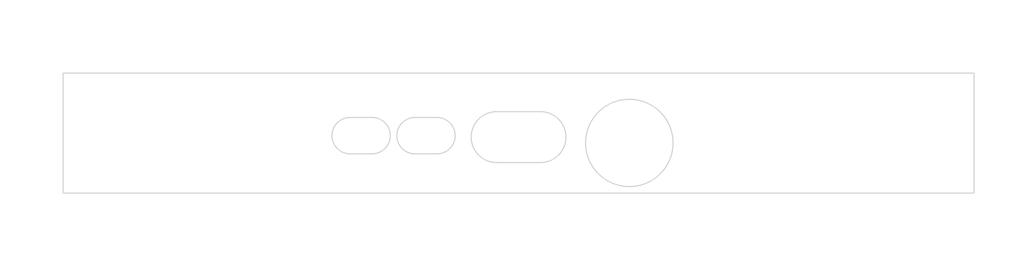
<source format=kicad_pcb>
(kicad_pcb
	(version 20240108)
	(generator "pcbnew")
	(generator_version "8.0")
	(general
		(thickness 1.6)
		(legacy_teardrops no)
	)
	(paper "A4")
	(layers
		(0 "F.Cu" signal)
		(31 "B.Cu" signal)
		(32 "B.Adhes" user "B.Adhesive")
		(33 "F.Adhes" user "F.Adhesive")
		(34 "B.Paste" user)
		(35 "F.Paste" user)
		(36 "B.SilkS" user "B.Silkscreen")
		(37 "F.SilkS" user "F.Silkscreen")
		(38 "B.Mask" user)
		(39 "F.Mask" user)
		(40 "Dwgs.User" user "User.Drawings")
		(41 "Cmts.User" user "User.Comments")
		(42 "Eco1.User" user "User.Eco1")
		(43 "Eco2.User" user "User.Eco2")
		(44 "Edge.Cuts" user)
		(45 "Margin" user)
		(46 "B.CrtYd" user "B.Courtyard")
		(47 "F.CrtYd" user "F.Courtyard")
		(48 "B.Fab" user)
		(49 "F.Fab" user)
		(50 "User.1" user)
		(51 "User.2" user)
		(52 "User.3" user)
		(53 "User.4" user)
		(54 "User.5" user)
		(55 "User.6" user)
		(56 "User.7" user)
		(57 "User.8" user)
		(58 "User.9" user)
	)
	(setup
		(pad_to_mask_clearance 0)
		(allow_soldermask_bridges_in_footprints no)
		(pcbplotparams
			(layerselection 0x00010fc_ffffffff)
			(plot_on_all_layers_selection 0x0000000_00000000)
			(disableapertmacros no)
			(usegerberextensions no)
			(usegerberattributes yes)
			(usegerberadvancedattributes yes)
			(creategerberjobfile yes)
			(dashed_line_dash_ratio 12.000000)
			(dashed_line_gap_ratio 3.000000)
			(svgprecision 4)
			(plotframeref no)
			(viasonmask no)
			(mode 1)
			(useauxorigin no)
			(hpglpennumber 1)
			(hpglpenspeed 20)
			(hpglpendiameter 15.000000)
			(pdf_front_fp_property_popups yes)
			(pdf_back_fp_property_popups yes)
			(dxfpolygonmode yes)
			(dxfimperialunits yes)
			(dxfusepcbnewfont yes)
			(psnegative no)
			(psa4output no)
			(plotreference yes)
			(plotvalue yes)
			(plotfptext yes)
			(plotinvisibletext no)
			(sketchpadsonfab no)
			(subtractmaskfromsilk no)
			(outputformat 1)
			(mirror no)
			(drillshape 1)
			(scaleselection 1)
			(outputdirectory "")
		)
	)
	(net 0 "")
	(gr_line
		(start 225 113.5)
		(end 100 113.5)
		(stroke
			(width 0.1)
			(type default)
		)
		(layer "Cmts.User")
		(uuid "01b57f86-19f1-4cdb-adb7-d363225cd681")
	)
	(gr_line
		(start 177.74 116.5)
		(end 177.74 100)
		(stroke
			(width 0.1)
			(type default)
		)
		(layer "Cmts.User")
		(uuid "3f8e4231-38e2-4e18-b6b8-7637d06c8581")
	)
	(gr_line
		(start 140.91 116.5)
		(end 140.91 100)
		(stroke
			(width 0.1)
			(type default)
		)
		(layer "Cmts.User")
		(uuid "48f90d26-feca-4f97-bdec-8943f05d9634")
	)
	(gr_line
		(start 162.5 126.5)
		(end 162.5 90)
		(stroke
			(width 0.1)
			(type default)
		)
		(layer "Cmts.User")
		(uuid "57a3dd98-7af9-4c5d-a319-6967c162f327")
	)
	(gr_line
		(start 225 100.4)
		(end 100 100.4)
		(stroke
			(width 0.1)
			(type default)
		)
		(layer "Cmts.User")
		(uuid "eeb273e7-ebbc-4b78-a33c-3b7808627cdc")
	)
	(gr_line
		(start 225 107.1)
		(end 100 107.1)
		(stroke
			(width 0.1)
			(type default)
		)
		(layer "Cmts.User")
		(uuid "f9a27b8d-720b-40f1-a07c-870182d89c4c")
	)
	(gr_line
		(start 149.8 116.5)
		(end 149.8 100)
		(stroke
			(width 0.1)
			(type default)
		)
		(layer "Cmts.User")
		(uuid "fecc83e6-271d-486f-9847-31768485b6d5")
	)
	(gr_rect
		(start 174.7 107.1)
		(end 180.7 112.1)
		(stroke
			(width 0.1)
			(type default)
		)
		(fill none)
		(layer "Eco2.User")
		(uuid "17ddcd0a-3548-4e41-b966-cbc4e047532e")
	)
	(gr_rect
		(start 146.8 107.1)
		(end 152.8 110.1)
		(stroke
			(width 0.1)
			(type default)
		)
		(fill none)
		(layer "Eco2.User")
		(uuid "49fd02ff-9ce8-41d0-b3d1-2387e0f912f5")
	)
	(gr_rect
		(start 158 107.1)
		(end 167 110.6)
		(stroke
			(width 0.1)
			(type default)
		)
		(fill none)
		(layer "Eco2.User")
		(uuid "62ceecfa-8263-4506-ae05-47877fb3f57e")
	)
	(gr_rect
		(start 137.9 107.1)
		(end 143.9 110.1)
		(stroke
			(width 0.1)
			(type default)
		)
		(fill none)
		(layer "Eco2.User")
		(uuid "8d438367-337e-4905-80f0-b4f40b11ae04")
	)
	(gr_circle
		(center 177.7 109.6)
		(end 175.2 109.6)
		(stroke
			(width 0.1)
			(type default)
		)
		(fill none)
		(layer "Eco2.User")
		(uuid "9c5c3c9c-8420-4d67-b93e-ec175dcacd45")
	)
	(gr_line
		(start 139.4 111.1)
		(end 142.4 111.1)
		(stroke
			(width 0.15)
			(type default)
		)
		(layer "Edge.Cuts")
		(uuid "29bacd16-b435-42bf-a294-1dbab520b7b4")
	)
	(gr_line
		(start 159.5 105.3)
		(end 165.5 105.3)
		(stroke
			(width 0.15)
			(type default)
		)
		(layer "Edge.Cuts")
		(uuid "3c4970ed-7923-436c-bb58-7b9f65f42d8e")
	)
	(gr_arc
		(start 151.3 106.1)
		(mid 153.8 108.6)
		(end 151.3 111.1)
		(stroke
			(width 0.15)
			(type default)
		)
		(layer "Edge.Cuts")
		(uuid "53287d84-dc34-4eb9-94e4-1a7f85f4d3b9")
	)
	(gr_arc
		(start 165.5 105.3)
		(mid 169 108.8)
		(end 165.5 112.3)
		(stroke
			(width 0.15)
			(type default)
		)
		(layer "Edge.Cuts")
		(uuid "8407121c-ce1b-4956-a469-fd81bec86cf1")
	)
	(gr_arc
		(start 148.3 111.1)
		(mid 145.8 108.6)
		(end 148.3 106.1)
		(stroke
			(width 0.15)
			(type default)
		)
		(layer "Edge.Cuts")
		(uuid "858dfdc9-8a8f-4dad-900a-0b4dd09bec03")
	)
	(gr_arc
		(start 159.5 112.3)
		(mid 156 108.8)
		(end 159.5 105.3)
		(stroke
			(width 0.15)
			(type default)
		)
		(layer "Edge.Cuts")
		(uuid "966ee6f5-14d5-4034-98f2-8af51e827464")
	)
	(gr_line
		(start 148.3 111.1)
		(end 151.3 111.1)
		(stroke
			(width 0.15)
			(type default)
		)
		(layer "Edge.Cuts")
		(uuid "9ef50802-f732-45d7-806c-d36b08f4e0d7")
	)
	(gr_arc
		(start 142.4 106.1)
		(mid 144.9 108.6)
		(end 142.4 111.1)
		(stroke
			(width 0.15)
			(type default)
		)
		(layer "Edge.Cuts")
		(uuid "a0bb1dd2-3555-46c7-be58-645c33485bb6")
	)
	(gr_line
		(start 139.4 106.1)
		(end 142.4 106.1)
		(stroke
			(width 0.15)
			(type default)
		)
		(layer "Edge.Cuts")
		(uuid "a35a3ed4-af3f-4538-a732-be6c41b2c779")
	)
	(gr_line
		(start 165.5 112.3)
		(end 159.5 112.3)
		(stroke
			(width 0.15)
			(type default)
		)
		(layer "Edge.Cuts")
		(uuid "b8bde4df-c171-4c49-92e9-6022b94713d1")
	)
	(gr_rect
		(start 100 100)
		(end 225 116.5)
		(stroke
			(width 0.15)
			(type default)
		)
		(fill none)
		(layer "Edge.Cuts")
		(uuid "bb4de2cb-9cd9-4738-b7f1-0de29cb992e0")
	)
	(gr_line
		(start 148.3 106.1)
		(end 151.3 106.1)
		(stroke
			(width 0.15)
			(type default)
		)
		(layer "Edge.Cuts")
		(uuid "e8d8872e-ff7d-413b-bd50-48495bfff5c0")
	)
	(gr_arc
		(start 139.4 111.1)
		(mid 136.9 108.6)
		(end 139.4 106.1)
		(stroke
			(width 0.15)
			(type default)
		)
		(layer "Edge.Cuts")
		(uuid "f453fac1-9181-416f-bc40-10867774b671")
	)
	(gr_circle
		(center 177.7 109.6)
		(end 183.7 109.6)
		(stroke
			(width 0.15)
			(type default)
		)
		(fill none)
		(layer "Edge.Cuts")
		(uuid "f873da5f-5564-4a51-8925-8ec63ee75726")
	)
	(dimension
		(type aligned)
		(layer "Eco1.User")
		(uuid "38de6e5e-f571-4699-9c85-18972c955c26")
		(pts
			(xy 162.5 100) (xy 149.8 100)
		)
		(height 2)
		(gr_text "12.7 mm"
			(at 156.15 96.85 0)
			(layer "Eco1.User")
			(uuid "38de6e5e-f571-4699-9c85-18972c955c26")
			(effects
				(font
					(size 1 1)
					(thickness 0.15)
				)
			)
		)
		(format
			(prefix "")
			(suffix "")
			(units 3)
			(units_format 1)
			(precision 1)
		)
		(style
			(thickness 0.1)
			(arrow_length 1.27)
			(text_position_mode 0)
			(extension_height 0.58642)
			(extension_offset 0.5) keep_text_aligned)
	)
	(dimension
		(type aligned)
		(layer "Eco1.User")
		(uuid "53b6a718-54f9-485e-9908-e1b23fa224a5")
		(pts
			(xy 225 100.4) (xy 225 107.1)
		)
		(height -5)
		(gr_text "6.7 mm"
			(at 228.85 103.75 90)
			(layer "Eco1.User")
			(uuid "53b6a718-54f9-485e-9908-e1b23fa224a5")
			(effects
				(font
					(size 1 1)
					(thickness 0.15)
				)
			)
		)
		(format
			(prefix "")
			(suffix "")
			(units 3)
			(units_format 1)
			(precision 1)
		)
		(style
			(thickness 0.1)
			(arrow_length 1.27)
			(text_position_mode 0)
			(extension_height 0.58642)
			(extension_offset 0.5) keep_text_aligned)
	)
	(dimension
		(type aligned)
		(layer "Eco1.User")
		(uuid "79e0ba47-4d2a-4edc-beca-e70627c772b4")
		(pts
			(xy 100 116.5) (xy 100 100)
		)
		(height -4)
		(gr_text "16.5 mm"
			(at 94.85 108.25 90)
			(layer "Eco1.User")
			(uuid "79e0ba47-4d2a-4edc-beca-e70627c772b4")
			(effects
				(font
					(size 1 1)
					(thickness 0.15)
				)
			)
		)
		(format
			(prefix "")
			(suffix "")
			(units 3)
			(units_format 1)
			(precision 1)
		)
		(style
			(thickness 0.1)
			(arrow_length 1.27)
			(text_position_mode 0)
			(extension_height 0.58642)
			(extension_offset 0.5) keep_text_aligned)
	)
	(dimension
		(type aligned)
		(layer "Eco1.User")
		(uuid "7d73cfee-d16e-4a8b-9e74-e204add5f239")
		(pts
			(xy 162.5 100) (xy 177.74 100)
		)
		(height -4.5)
		(gr_text "15.2 mm"
			(at 170.12 94.35 0)
			(layer "Eco1.User")
			(uuid "7d73cfee-d16e-4a8b-9e74-e204add5f239")
			(effects
				(font
					(size 1 1)
					(thickness 0.15)
				)
			)
		)
		(format
			(prefix "")
			(suffix "")
			(units 3)
			(units_format 1)
			(precision 1)
		)
		(style
			(thickness 0.1)
			(arrow_length 1.27)
			(text_position_mode 0)
			(extension_height 0.58642)
			(extension_offset 0.5) keep_text_aligned)
	)
	(dimension
		(type aligned)
		(layer "Eco1.User")
		(uuid "ac5b40da-c4b0-499d-8e78-2bf1a2400113")
		(pts
			(xy 100 116.5) (xy 225 116.5)
		)
		(height 5.5)
		(gr_text "125.0 mm"
			(at 162.5 120.85 0)
			(layer "Eco1.User")
			(uuid "ac5b40da-c4b0-499d-8e78-2bf1a2400113")
			(effects
				(font
					(size 1 1)
					(thickness 0.15)
				)
			)
		)
		(format
			(prefix "")
			(suffix "")
			(units 3)
			(units_format 1)
			(precision 1)
		)
		(style
			(thickness 0.1)
			(arrow_length 1.27)
			(text_position_mode 0)
			(extension_height 0.58642)
			(extension_offset 0.5) keep_text_aligned)
	)
	(dimension
		(type aligned)
		(layer "Eco1.User")
		(uuid "d754a913-d5fe-414e-a9ca-ef75d59e34b3")
		(pts
			(xy 162.5 100) (xy 140.91 100)
		)
		(height 4.5)
		(gr_text "21.6 mm"
			(at 151.705 94.35 0)
			(layer "Eco1.User")
			(uuid "d754a913-d5fe-414e-a9ca-ef75d59e34b3")
			(effects
				(font
					(size 1 1)
					(thickness 0.15)
				)
			)
		)
		(format
			(prefix "")
			(suffix "")
			(units 3)
			(units_format 1)
			(precision 1)
		)
		(style
			(thickness 0.1)
			(arrow_length 1.27)
			(text_position_mode 0)
			(extension_height 0.58642)
			(extension_offset 0.5) keep_text_aligned)
	)
	(dimension
		(type center)
		(layer "Dwgs.User")
		(uuid "001bff42-45f8-423a-96de-086fa56dcb9e")
		(pts
			(xy 148.3 108.6) (xy 148.3 110)
		)
		(style
			(thickness 0.15)
			(arrow_length 1.27)
			(text_position_mode 0)
			(extension_offset 0.5) keep_text_aligned)
	)
	(dimension
		(type center)
		(layer "Dwgs.User")
		(uuid "01e5ef88-3007-406e-823f-44fbe3ae69ae")
		(pts
			(xy 151.3 108.6) (xy 151.3 110)
		)
		(style
			(thickness 0.15)
			(arrow_length 1.27)
			(text_position_mode 0)
			(extension_offset 0.5) keep_text_aligned)
	)
	(dimension
		(type center)
		(layer "Dwgs.User")
		(uuid "220aaa2f-e081-43f2-8451-a564ba54c8f4")
		(pts
			(xy 139.4 108.6) (xy 139.4 110)
		)
		(style
			(thickness 0.15)
			(arrow_length 1.27)
			(text_position_mode 0)
			(extension_offset 0.5) keep_text_aligned)
	)
	(dimension
		(type center)
		(layer "Dwgs.User")
		(uuid "93373190-f21d-4649-a6be-4cf61df76576")
		(pts
			(xy 159.5 108.8) (xy 159.5 110)
		)
		(style
			(thickness 0.15)
			(arrow_length 1.27)
			(text_position_mode 0)
			(extension_offset 0.5) keep_text_aligned)
	)
	(dimension
		(type center)
		(layer "Dwgs.User")
		(uuid "9e937e3b-1c56-4d54-83cc-59fdff2164d8")
		(pts
			(xy 165.5 108.8) (xy 165.5 110)
		)
		(style
			(thickness 0.15)
			(arrow_length 1.27)
			(text_position_mode 0)
			(extension_offset 0.5) keep_text_aligned)
	)
	(dimension
		(type center)
		(layer "Dwgs.User")
		(uuid "a0dd8af0-27a2-4dc0-a579-8ef49e0cc916")
		(pts
			(xy 142.4 108.6) (xy 142.4 110)
		)
		(style
			(thickness 0.15)
			(arrow_length 1.27)
			(text_position_mode 0)
			(extension_offset 0.5) keep_text_aligned)
	)
	(dimension
		(type center)
		(layer "Dwgs.User")
		(uuid "b748e923-dae5-4258-a6c7-65cd901ed73a")
		(pts
			(xy 177.7 109.6) (xy 177.7 111)
		)
		(style
			(thickness 0.15)
			(arrow_length 1.27)
			(text_position_mode 0)
			(extension_offset 0.5) keep_text_aligned)
	)
)

</source>
